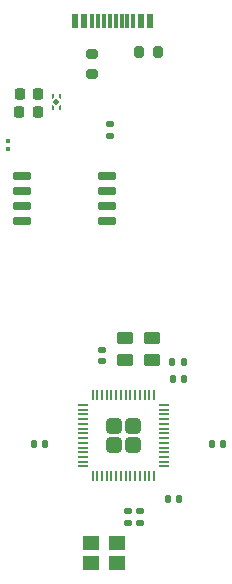
<source format=gbr>
%TF.GenerationSoftware,KiCad,Pcbnew,8.0.2*%
%TF.CreationDate,2024-06-21T23:47:16-04:00*%
%TF.ProjectId,RP2040 Custom,52503230-3430-4204-9375-73746f6d2e6b,rev?*%
%TF.SameCoordinates,Original*%
%TF.FileFunction,Paste,Top*%
%TF.FilePolarity,Positive*%
%FSLAX46Y46*%
G04 Gerber Fmt 4.6, Leading zero omitted, Abs format (unit mm)*
G04 Created by KiCad (PCBNEW 8.0.2) date 2024-06-21 23:47:16*
%MOMM*%
%LPD*%
G01*
G04 APERTURE LIST*
G04 Aperture macros list*
%AMRoundRect*
0 Rectangle with rounded corners*
0 $1 Rounding radius*
0 $2 $3 $4 $5 $6 $7 $8 $9 X,Y pos of 4 corners*
0 Add a 4 corners polygon primitive as box body*
4,1,4,$2,$3,$4,$5,$6,$7,$8,$9,$2,$3,0*
0 Add four circle primitives for the rounded corners*
1,1,$1+$1,$2,$3*
1,1,$1+$1,$4,$5*
1,1,$1+$1,$6,$7*
1,1,$1+$1,$8,$9*
0 Add four rect primitives between the rounded corners*
20,1,$1+$1,$2,$3,$4,$5,0*
20,1,$1+$1,$4,$5,$6,$7,0*
20,1,$1+$1,$6,$7,$8,$9,0*
20,1,$1+$1,$8,$9,$2,$3,0*%
%AMFreePoly0*
4,1,6,0.180000,0.075000,0.000000,-0.105000,-0.220000,-0.105000,-0.220000,0.105000,0.180000,0.105000,0.180000,0.075000,0.180000,0.075000,$1*%
%AMFreePoly1*
4,1,6,0.180000,-0.075000,0.180000,-0.105000,-0.220000,-0.105000,-0.220000,0.105000,0.000000,0.105000,0.180000,-0.075000,0.180000,-0.075000,$1*%
%AMFreePoly2*
4,1,6,0.220000,-0.105000,0.000000,-0.105000,-0.180000,0.075000,-0.180000,0.105000,0.220000,0.105000,0.220000,-0.105000,0.220000,-0.105000,$1*%
%AMFreePoly3*
4,1,6,0.220000,-0.105000,-0.180000,-0.105000,-0.180000,-0.075000,0.000000,0.105000,0.220000,0.105000,0.220000,-0.105000,0.220000,-0.105000,$1*%
G04 Aperture macros list end*
%ADD10RoundRect,0.249999X-0.395001X-0.395001X0.395001X-0.395001X0.395001X0.395001X-0.395001X0.395001X0*%
%ADD11RoundRect,0.050000X-0.387500X-0.050000X0.387500X-0.050000X0.387500X0.050000X-0.387500X0.050000X0*%
%ADD12RoundRect,0.050000X-0.050000X-0.387500X0.050000X-0.387500X0.050000X0.387500X-0.050000X0.387500X0*%
%ADD13RoundRect,0.140000X-0.170000X0.140000X-0.170000X-0.140000X0.170000X-0.140000X0.170000X0.140000X0*%
%ADD14RoundRect,0.140000X0.140000X0.170000X-0.140000X0.170000X-0.140000X-0.170000X0.140000X-0.170000X0*%
%ADD15RoundRect,0.140000X0.170000X-0.140000X0.170000X0.140000X-0.170000X0.140000X-0.170000X-0.140000X0*%
%ADD16R,1.400000X1.200000*%
%ADD17RoundRect,0.079500X0.100500X-0.079500X0.100500X0.079500X-0.100500X0.079500X-0.100500X-0.079500X0*%
%ADD18RoundRect,0.250000X-0.450000X0.262500X-0.450000X-0.262500X0.450000X-0.262500X0.450000X0.262500X0*%
%ADD19RoundRect,0.225000X-0.225000X-0.250000X0.225000X-0.250000X0.225000X0.250000X-0.225000X0.250000X0*%
%ADD20RoundRect,0.200000X-0.275000X0.200000X-0.275000X-0.200000X0.275000X-0.200000X0.275000X0.200000X0*%
%ADD21FreePoly0,90.000000*%
%ADD22FreePoly1,90.000000*%
%ADD23FreePoly2,90.000000*%
%ADD24FreePoly3,90.000000*%
%ADD25RoundRect,0.112500X0.159099X0.000000X0.000000X0.159099X-0.159099X0.000000X0.000000X-0.159099X0*%
%ADD26RoundRect,0.150000X-0.650000X-0.150000X0.650000X-0.150000X0.650000X0.150000X-0.650000X0.150000X0*%
%ADD27R,0.600000X1.240000*%
%ADD28R,0.300000X1.240000*%
%ADD29RoundRect,0.200000X-0.200000X-0.275000X0.200000X-0.275000X0.200000X0.275000X-0.200000X0.275000X0*%
G04 APERTURE END LIST*
D10*
%TO.C,U1*%
X139797500Y-83760000D03*
X139797500Y-85360000D03*
X141397500Y-83760000D03*
X141397500Y-85360000D03*
D11*
X137160000Y-81960000D03*
X137160000Y-82360000D03*
X137160000Y-82760000D03*
X137160000Y-83160000D03*
X137160000Y-83560000D03*
X137160000Y-83960000D03*
X137160000Y-84360000D03*
X137160000Y-84760000D03*
X137160000Y-85160000D03*
X137160000Y-85560000D03*
X137160000Y-85960000D03*
X137160000Y-86360000D03*
X137160000Y-86760000D03*
X137160000Y-87160000D03*
D12*
X137997500Y-87997500D03*
X138397500Y-87997500D03*
X138797500Y-87997500D03*
X139197500Y-87997500D03*
X139597500Y-87997500D03*
X139997500Y-87997500D03*
X140397500Y-87997500D03*
X140797500Y-87997500D03*
X141197500Y-87997500D03*
X141597500Y-87997500D03*
X141997500Y-87997500D03*
X142397500Y-87997500D03*
X142797500Y-87997500D03*
X143197500Y-87997500D03*
D11*
X144035000Y-87160000D03*
X144035000Y-86760000D03*
X144035000Y-86360000D03*
X144035000Y-85960000D03*
X144035000Y-85560000D03*
X144035000Y-85160000D03*
X144035000Y-84760000D03*
X144035000Y-84360000D03*
X144035000Y-83960000D03*
X144035000Y-83560000D03*
X144035000Y-83160000D03*
X144035000Y-82760000D03*
X144035000Y-82360000D03*
X144035000Y-81960000D03*
D12*
X143197500Y-81122500D03*
X142797500Y-81122500D03*
X142397500Y-81122500D03*
X141997500Y-81122500D03*
X141597500Y-81122500D03*
X141197500Y-81122500D03*
X140797500Y-81122500D03*
X140397500Y-81122500D03*
X139997500Y-81122500D03*
X139597500Y-81122500D03*
X139197500Y-81122500D03*
X138797500Y-81122500D03*
X138397500Y-81122500D03*
X137997500Y-81122500D03*
%TD*%
D13*
%TO.C,C5*%
X140970000Y-90960000D03*
X140970000Y-91920000D03*
%TD*%
D14*
%TO.C,C6*%
X133982400Y-85267800D03*
X133022400Y-85267800D03*
%TD*%
D15*
%TO.C,C12*%
X141986000Y-91920000D03*
X141986000Y-90960000D03*
%TD*%
D13*
%TO.C,C3*%
X138836400Y-77269400D03*
X138836400Y-78229400D03*
%TD*%
D16*
%TO.C,Y1*%
X140038000Y-93638000D03*
X137838000Y-93638000D03*
X137838000Y-95338000D03*
X140038000Y-95338000D03*
%TD*%
D13*
%TO.C,C8*%
X139446000Y-58194000D03*
X139446000Y-59154000D03*
%TD*%
D17*
%TO.C,R5*%
X130810000Y-60289000D03*
X130810000Y-59599000D03*
%TD*%
D18*
%TO.C,R1*%
X140716000Y-76303500D03*
X140716000Y-78128500D03*
%TD*%
D14*
%TO.C,C11*%
X145768000Y-79756000D03*
X144808000Y-79756000D03*
%TD*%
D19*
%TO.C,C2*%
X131800000Y-57150000D03*
X133350000Y-57150000D03*
%TD*%
D20*
%TO.C,R3*%
X137922000Y-52261000D03*
X137922000Y-53911000D03*
%TD*%
D19*
%TO.C,C1*%
X131813000Y-55626000D03*
X133363000Y-55626000D03*
%TD*%
D14*
%TO.C,C7*%
X145336200Y-89916000D03*
X144376200Y-89916000D03*
%TD*%
D21*
%TO.C,U3*%
X134620000Y-56740000D03*
D22*
X135270000Y-56740000D03*
D23*
X134620000Y-55880000D03*
D24*
X135270000Y-55880000D03*
D25*
X134945000Y-56310000D03*
%TD*%
D26*
%TO.C,U2*%
X132036000Y-62611000D03*
X132036000Y-63881000D03*
X132036000Y-65151000D03*
X132036000Y-66421000D03*
X139236000Y-66421000D03*
X139236000Y-65151000D03*
X139236000Y-63881000D03*
X139236000Y-62611000D03*
%TD*%
D27*
%TO.C,J1*%
X142900000Y-49445000D03*
X142100000Y-49445000D03*
D28*
X140950000Y-49445000D03*
X139950000Y-49445000D03*
X139450000Y-49445000D03*
X138450000Y-49445000D03*
D27*
X137300000Y-49445000D03*
X136500000Y-49445000D03*
X136500000Y-49445000D03*
X137300000Y-49445000D03*
D28*
X137950000Y-49445000D03*
X138950000Y-49445000D03*
X140450000Y-49445000D03*
X141450000Y-49445000D03*
D27*
X142100000Y-49445000D03*
X142900000Y-49445000D03*
%TD*%
D14*
%TO.C,C4*%
X149070000Y-85267800D03*
X148110000Y-85267800D03*
%TD*%
%TO.C,C3*%
X145717200Y-78282800D03*
X144757200Y-78282800D03*
%TD*%
D18*
%TO.C,R2*%
X143002000Y-76303500D03*
X143002000Y-78128500D03*
%TD*%
D29*
%TO.C,R4*%
X141923000Y-52070000D03*
X143573000Y-52070000D03*
%TD*%
M02*

</source>
